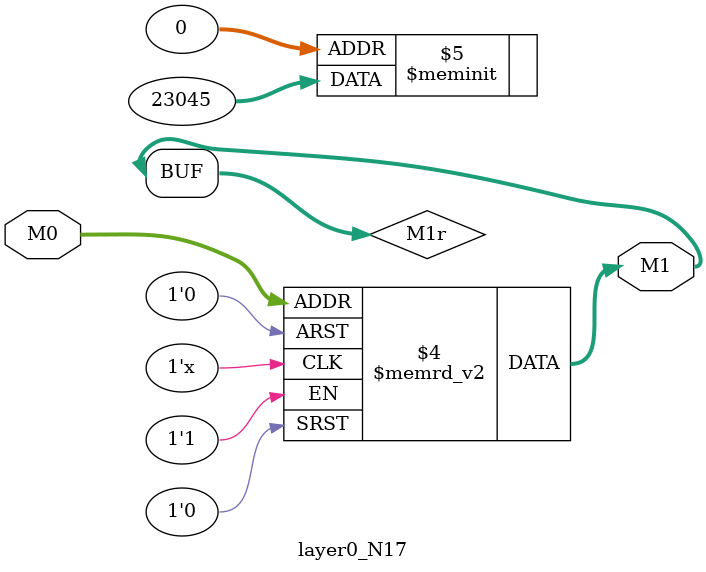
<source format=v>
module layer0_N17 ( input [3:0] M0, output [1:0] M1 );

	(*rom_style = "distributed" *) reg [1:0] M1r;
	assign M1 = M1r;
	always @ (M0) begin
		case (M0)
			4'b0000: M1r = 2'b01;
			4'b1000: M1r = 2'b00;
			4'b0100: M1r = 2'b10;
			4'b1100: M1r = 2'b00;
			4'b0010: M1r = 2'b00;
			4'b1010: M1r = 2'b00;
			4'b0110: M1r = 2'b01;
			4'b1110: M1r = 2'b00;
			4'b0001: M1r = 2'b01;
			4'b1001: M1r = 2'b00;
			4'b0101: M1r = 2'b10;
			4'b1101: M1r = 2'b00;
			4'b0011: M1r = 2'b00;
			4'b1011: M1r = 2'b00;
			4'b0111: M1r = 2'b01;
			4'b1111: M1r = 2'b00;

		endcase
	end
endmodule

</source>
